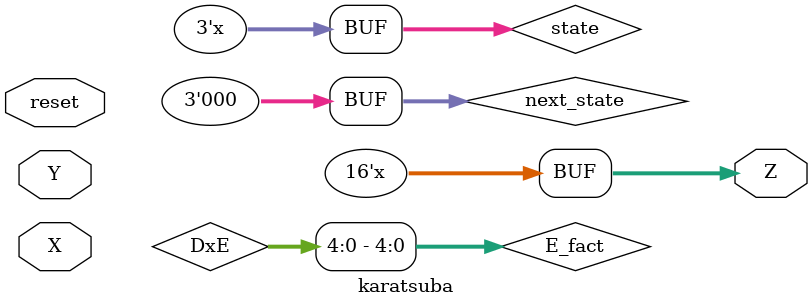
<source format=v>
/* módulo karatsuba
   recebe inteiros X e Y (8 bits) e retorna o produto Z = X*Y (16 bits)
*/
module karatsuba(X, Y, reset, Z);
    input [7:0] X; // fator X da multiplicação (8 bits)
    input [7:0] Y; // fator X da multiplicação (8 bits)
	input reset;
    output reg [15:0] Z; // produto Z (16 bits)
    
	wire [9:0] A;
    wire [9:0] B; // fator B do karatsuba
    wire [4:0] D; // fator D do karatsuba
    wire [4:0] E; // fator E do karatsuba
	wire [9:0] DE;

	reg [9:0] A_fact; // fator A do karatsuba
	reg [9:0] B_fact; // fator A do karatsuba
	reg [4:0] E_fact; // fator A do karatsuba
	reg [4:0] D_fact; // fator A do karatsuba
	reg [9:0] DE_prod; // fator A do karatsuba

	wire [9:0] DxE = {D_fact, E_fact};


	A_factor A_factor (.X(X), .Y(Y), .A(A));
	B_factor B_factor (.X(X), .Y(Y), .B(B));
	E_factor E_factor (.Y(Y), .E(E));
	D_factor D_factor (.X(X), .D(D));
	ROM DE_calc (.addr(DxE), .data(DE));

    // parametros de estado
    parameter [2:0] s0 = 3'b000, s1 = 3'b001, s2 = 3'b010, s3 = 3'b011, s4 = 3'b100;
    reg[2:0] state, next_state; // variaveis de estado 

    wire clock; // clock
	clock_gen clk (clock);

	always @(posedge clock)
	begin
		if (reset) state <= s0;
		else state <= next_state;
	end

    always@(state) 
	begin
		state <= next_state; // mudanca de estados 
		// proximos estados
		case(state)
			s0: next_state = s1; 
			s1: next_state = s2;
			s2: next_state = s3; 
			s3: next_state = s4; 
			s4: next_state = s0; 
			default: next_state = s0;
		endcase
	end
    
    always@(state) begin
    	case(state)
            s0: $display("estado de IDLE");
    		s1: A_fact <= A;

    		s2: begin
				B_fact <= B;
				
				E_fact <= E;
				D_fact <= D;
			end
    		s3: DE_prod <= DE;

 			s4: begin
				Z <= {A_fact} + {B_fact, 8'b00000000} + {DE_prod - (A_fact+B_fact), 4'b0000};
				$display("Z: %D", Z);
			end
			default: next_state <= s0;
	    endcase
    end
endmodule

</source>
